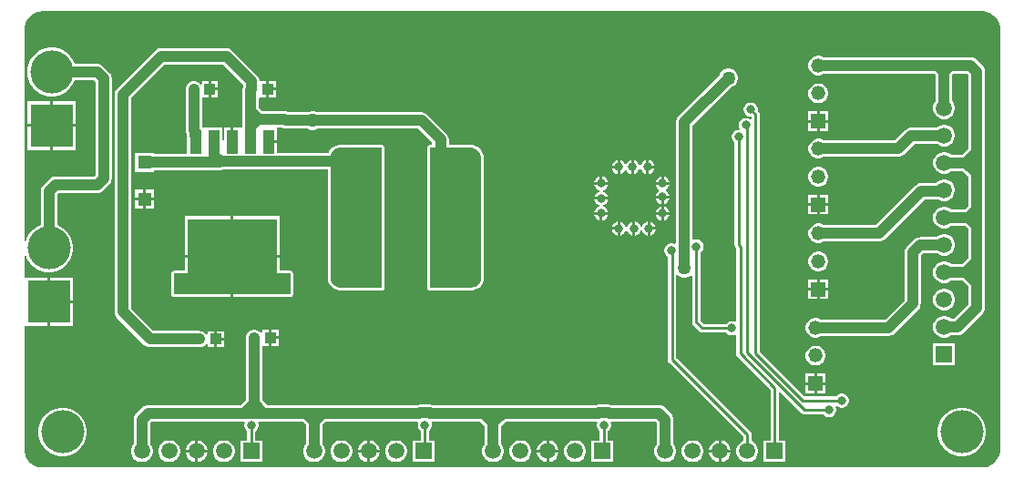
<source format=gbr>
%TF.GenerationSoftware,Altium Limited,Altium Designer,24.6.1 (21)*%
G04 Layer_Physical_Order=2*
G04 Layer_Color=16711680*
%FSLAX45Y45*%
%MOMM*%
%TF.SameCoordinates,C77CD831-7174-4571-8234-5D84135F7459*%
%TF.FilePolarity,Positive*%
%TF.FileFunction,Copper,L2,Bot,Signal*%
%TF.Part,Single*%
G01*
G75*
%TA.AperFunction,SMDPad,CuDef*%
%ADD11R,1.25000X1.25000*%
%ADD12R,3.75000X12.00000*%
%ADD13R,1.07000X2.16000*%
%ADD14R,8.33000X6.99000*%
%TA.AperFunction,Conductor*%
%ADD21C,0.25400*%
%ADD22C,1.00000*%
%TA.AperFunction,ViaPad*%
%ADD23C,0.80000*%
%ADD24C,4.00000*%
%TA.AperFunction,ComponentPad*%
%ADD25R,1.32080X1.32080*%
%ADD26C,1.32080*%
%ADD27C,1.00000*%
%ADD28R,1.00000X1.00000*%
%ADD29R,4.00000X4.00000*%
%ADD30C,4.00000*%
%ADD31C,1.50000*%
%ADD32R,1.50000X1.50000*%
%ADD33R,1.50000X1.50000*%
%TA.AperFunction,ViaPad*%
%ADD34C,1.27000*%
G36*
X11493328Y6789614D02*
X11524948Y6777788D01*
X11553656Y6760024D01*
X11578350Y6737005D01*
X11598084Y6709613D01*
X11612099Y6678901D01*
X11619859Y6646045D01*
X11620462Y6629176D01*
Y2718044D01*
X11619888Y2701933D01*
X11612756Y2670488D01*
X11599890Y2640923D01*
X11581740Y2614274D01*
X11558942Y2591473D01*
X11532294Y2573320D01*
X11502731Y2560450D01*
X11471287Y2553314D01*
X11455176Y2552738D01*
X2718044D01*
X2701933Y2553312D01*
X2670488Y2560444D01*
X2640923Y2573310D01*
X2614274Y2591460D01*
X2591473Y2614258D01*
X2573320Y2640905D01*
X2560450Y2670469D01*
X2553314Y2701912D01*
X2552738Y2718024D01*
Y3856608D01*
X2555900Y3867998D01*
X2565438Y3867998D01*
X2768600D01*
Y4093398D01*
Y4318798D01*
X2565438D01*
X2555900Y4318798D01*
X2552738Y4330188D01*
Y4524232D01*
X2564562Y4527655D01*
X2581553Y4486635D01*
X2606220Y4449718D01*
X2637616Y4418322D01*
X2674533Y4393655D01*
X2715553Y4376664D01*
X2759100Y4368002D01*
X2803500D01*
X2847047Y4376664D01*
X2888067Y4393655D01*
X2924984Y4418322D01*
X2956380Y4449718D01*
X2981047Y4486635D01*
X2998038Y4527655D01*
X3006700Y4571202D01*
Y4615602D01*
X2998038Y4659149D01*
X2981047Y4700169D01*
X2956380Y4737086D01*
X2924984Y4768482D01*
X2888067Y4793149D01*
X2857351Y4805872D01*
Y5091521D01*
X2871379Y5105549D01*
X3230723D01*
X3250406Y5108141D01*
X3268748Y5115738D01*
X3284498Y5127824D01*
X3343076Y5186402D01*
X3355162Y5202152D01*
X3362759Y5220494D01*
X3365351Y5240177D01*
Y6173119D01*
X3363873Y6184345D01*
X3362760Y6192800D01*
X3362760Y6192801D01*
X3362759Y6192803D01*
X3359008Y6201860D01*
X3355163Y6211142D01*
X3355162Y6211144D01*
X3355162Y6211145D01*
X3350238Y6217562D01*
X3343078Y6226893D01*
X3284501Y6285476D01*
X3284499Y6285477D01*
X3284498Y6285478D01*
X3277227Y6291057D01*
X3268751Y6297562D01*
X3268749Y6297563D01*
X3268748Y6297564D01*
X3257784Y6302105D01*
X3250409Y6305160D01*
X3250408D01*
X3250406Y6305161D01*
X3238879Y6306679D01*
X3230726Y6307753D01*
X3230724Y6307752D01*
X3230723Y6307753D01*
X3019170D01*
X3006447Y6338469D01*
X2981780Y6375386D01*
X2950384Y6406782D01*
X2913467Y6431449D01*
X2872447Y6448440D01*
X2828900Y6457102D01*
X2784500D01*
X2740953Y6448440D01*
X2699933Y6431449D01*
X2663016Y6406782D01*
X2631620Y6375386D01*
X2606953Y6338469D01*
X2589962Y6297449D01*
X2581300Y6253902D01*
Y6209502D01*
X2589962Y6165955D01*
X2606953Y6124935D01*
X2631620Y6088018D01*
X2663016Y6056622D01*
X2699933Y6031955D01*
X2740953Y6014964D01*
X2784500Y6006302D01*
X2828900D01*
X2872447Y6014964D01*
X2913467Y6031955D01*
X2950384Y6056622D01*
X2981780Y6088018D01*
X3006447Y6124935D01*
X3019170Y6155651D01*
X3199219D01*
X3213249Y6141620D01*
Y5271679D01*
X3199221Y5257651D01*
X2839877D01*
X2820194Y5255059D01*
X2801852Y5247462D01*
X2786102Y5235376D01*
X2727524Y5176798D01*
X2715438Y5161048D01*
X2707841Y5142706D01*
X2705249Y5123023D01*
Y4805872D01*
X2674533Y4793149D01*
X2637616Y4768482D01*
X2606220Y4737086D01*
X2581553Y4700169D01*
X2564562Y4659149D01*
X2552738Y4662572D01*
Y6629177D01*
X2553314Y6645287D01*
X2560449Y6676728D01*
X2573317Y6706289D01*
X2591467Y6732935D01*
X2614265Y6755732D01*
X2640911Y6773883D01*
X2670472Y6786751D01*
X2701913Y6793886D01*
X2718023Y6794462D01*
X11442700D01*
X11443139Y6794469D01*
X11460009Y6795050D01*
X11493328Y6789614D01*
D02*
G37*
%LPC*%
G36*
X4887501Y6146000D02*
X4824801D01*
Y6083300D01*
X4887501D01*
Y6146000D01*
D02*
G37*
G36*
X4352902D02*
X4290202D01*
Y6083300D01*
X4352902D01*
Y6146000D01*
D02*
G37*
G36*
X4887501Y6057900D02*
X4824801D01*
Y5995200D01*
X4887501D01*
Y6057900D01*
D02*
G37*
G36*
X4352902D02*
X4290202D01*
Y5995200D01*
X4352902D01*
Y6057900D01*
D02*
G37*
G36*
X9943438Y6123940D02*
X9919362D01*
X9896105Y6117708D01*
X9875255Y6105670D01*
X9858230Y6088645D01*
X9846192Y6067795D01*
X9839960Y6044538D01*
Y6020462D01*
X9846192Y5997205D01*
X9858230Y5976355D01*
X9875255Y5959330D01*
X9896105Y5947292D01*
X9919362Y5941060D01*
X9943438D01*
X9966695Y5947292D01*
X9987545Y5959330D01*
X10004570Y5976355D01*
X10016608Y5997205D01*
X10022840Y6020462D01*
Y6044538D01*
X10016608Y6067795D01*
X10004570Y6088645D01*
X9987545Y6105670D01*
X9966695Y6117708D01*
X9943438Y6123940D01*
D02*
G37*
G36*
X10022840Y5863941D02*
X9944100D01*
Y5785201D01*
X10022840D01*
Y5863941D01*
D02*
G37*
G36*
X9918700D02*
X9839960D01*
Y5785201D01*
X9918700D01*
Y5863941D01*
D02*
G37*
G36*
X3032100Y5957098D02*
X2819400D01*
Y5744398D01*
X3032100D01*
Y5957098D01*
D02*
G37*
G36*
X2794000D02*
X2581300D01*
Y5744398D01*
X2794000D01*
Y5957098D01*
D02*
G37*
G36*
X4432300Y6451451D02*
X3822700D01*
X3803017Y6448859D01*
X3784675Y6441262D01*
X3768924Y6429176D01*
X3413324Y6073576D01*
X3401238Y6057825D01*
X3393641Y6039483D01*
X3391049Y6019800D01*
Y4000500D01*
X3393641Y3980817D01*
X3401238Y3962475D01*
X3413324Y3946724D01*
X3667324Y3692724D01*
X3683075Y3680638D01*
X3701417Y3673041D01*
X3721100Y3670449D01*
X4179499D01*
X4184442Y3671100D01*
X4189425D01*
X4194239Y3672390D01*
X4199182Y3673041D01*
X4203788Y3674948D01*
X4208602Y3676238D01*
X4212920Y3678731D01*
X4217524Y3680638D01*
X4221478Y3683672D01*
X4225795Y3686165D01*
X4229321Y3689690D01*
X4233275Y3692724D01*
X4236309Y3696678D01*
X4239834Y3700203D01*
X4252184Y3696194D01*
X4254101Y3694745D01*
Y3671100D01*
X4316801D01*
Y3746500D01*
Y3821900D01*
X4254101D01*
Y3798255D01*
X4252184Y3796806D01*
X4239834Y3792797D01*
X4236309Y3796322D01*
X4233275Y3800276D01*
X4229321Y3803310D01*
X4225795Y3806835D01*
X4221478Y3809328D01*
X4217524Y3812362D01*
X4212920Y3814269D01*
X4208602Y3816762D01*
X4203788Y3818052D01*
X4199182Y3819959D01*
X4194239Y3820610D01*
X4189425Y3821900D01*
X4184442D01*
X4179499Y3822551D01*
X3752601D01*
X3543151Y4032001D01*
Y5988299D01*
X3854201Y6299349D01*
X4400799D01*
X4586048Y6114100D01*
Y6096751D01*
X4583464Y6090506D01*
X4579643Y6081282D01*
X4579641Y6081270D01*
X4579638Y6081261D01*
X4578404Y6071872D01*
X4577052Y6061598D01*
Y5867400D01*
Y5791200D01*
Y5728191D01*
X4574202Y5716671D01*
X4562503D01*
Y5716671D01*
X4496303D01*
Y5583271D01*
X4470903D01*
Y5716671D01*
X4404703D01*
Y5599470D01*
X4392003Y5593964D01*
Y5716671D01*
X4234203D01*
Y5716671D01*
X4222000D01*
Y5716671D01*
X4204630D01*
X4203551Y5718077D01*
Y5995200D01*
X4264802D01*
Y6070600D01*
Y6146000D01*
X4202102D01*
Y6122355D01*
X4200185Y6120906D01*
X4187835Y6116897D01*
X4184310Y6120422D01*
X4181276Y6124376D01*
X4177322Y6127410D01*
X4173797Y6130935D01*
X4169479Y6133428D01*
X4165525Y6136462D01*
X4160921Y6138369D01*
X4156603Y6140862D01*
X4151789Y6142152D01*
X4147183Y6144059D01*
X4142240Y6144710D01*
X4137427Y6146000D01*
X4132443D01*
X4127500Y6146651D01*
X4122557Y6146000D01*
X4117573D01*
X4112760Y6144710D01*
X4107817Y6144059D01*
X4103211Y6142152D01*
X4098397Y6140862D01*
X4094079Y6138369D01*
X4089475Y6136462D01*
X4085521Y6133428D01*
X4081203Y6130935D01*
X4077678Y6127410D01*
X4073724Y6124376D01*
X4070690Y6120422D01*
X4067165Y6116897D01*
X4064672Y6112579D01*
X4061638Y6108625D01*
X4059731Y6104021D01*
X4057238Y6099703D01*
X4055948Y6094889D01*
X4054041Y6090283D01*
X4053390Y6085340D01*
X4052100Y6080527D01*
Y6075543D01*
X4051449Y6070600D01*
Y5689661D01*
X4054041Y5669977D01*
X4061638Y5651636D01*
X4063550Y5649144D01*
Y5641269D01*
X4064201Y5636326D01*
Y5465753D01*
X3758200D01*
Y5477602D01*
X3582400D01*
Y5301802D01*
X3758200D01*
Y5313652D01*
X4367007D01*
X4386690Y5316243D01*
X4400167Y5321825D01*
X5370102D01*
Y4320540D01*
X5371357Y4314233D01*
Y4310255D01*
X5371854Y4307753D01*
Y4305203D01*
X5375378Y4287490D01*
X5376354Y4285132D01*
X5376852Y4282631D01*
X5383763Y4265945D01*
X5385180Y4263825D01*
X5386156Y4261468D01*
X5396190Y4246452D01*
X5397994Y4244648D01*
X5399411Y4242527D01*
X5412181Y4229756D01*
X5414303Y4228339D01*
X5416106Y4226535D01*
X5431123Y4216501D01*
X5433480Y4215525D01*
X5435600Y4214109D01*
X5452285Y4207197D01*
X5454787Y4206699D01*
X5457144Y4205723D01*
X5474857Y4202200D01*
X5477408D01*
X5479910Y4201702D01*
X5485719D01*
X5489740Y4200902D01*
X5871000D01*
X5880911Y4202874D01*
X5889312Y4208488D01*
X5894926Y4216889D01*
X5896898Y4226800D01*
Y5526800D01*
X5894926Y5536711D01*
X5889312Y5545112D01*
X5880911Y5550726D01*
X5871000Y5552698D01*
X5490127D01*
X5487685Y5553183D01*
X5478655D01*
X5476153Y5552686D01*
X5473602D01*
X5455889Y5549162D01*
X5453532Y5548186D01*
X5451031Y5547688D01*
X5434345Y5540777D01*
X5432225Y5539360D01*
X5429868Y5538384D01*
X5414852Y5528350D01*
X5413048Y5526546D01*
X5410927Y5525129D01*
X5398156Y5512359D01*
X5396739Y5510237D01*
X5394935Y5508434D01*
X5384901Y5493417D01*
X5383925Y5491060D01*
X5382509Y5488940D01*
X5376290Y5473927D01*
X4901999D01*
Y5570571D01*
X4823099D01*
Y5595971D01*
X4901999D01*
Y5715149D01*
X4939799D01*
X4943072Y5712638D01*
X4961413Y5705041D01*
X4981097Y5702449D01*
X5186324D01*
X5198086Y5695658D01*
X5220696Y5689600D01*
X5244104D01*
X5266714Y5695658D01*
X5278476Y5702449D01*
X6213198D01*
X6342377Y5573270D01*
X6342373Y5562705D01*
X6332318Y5552674D01*
X6321054Y5552698D01*
X6321027Y5552692D01*
X6321000Y5552698D01*
X6316064Y5551716D01*
X6311140Y5550747D01*
X6311117Y5550732D01*
X6311089Y5550726D01*
X6306911Y5547934D01*
X6302726Y5545151D01*
X6302711Y5545128D01*
X6302688Y5545112D01*
X6299897Y5540936D01*
X6297095Y5536761D01*
X6297089Y5536734D01*
X6297074Y5536711D01*
X6296093Y5531781D01*
X6295102Y5526854D01*
X6295108Y5526827D01*
X6295102Y5526800D01*
Y4226800D01*
X6297074Y4216889D01*
X6302688Y4208488D01*
X6311089Y4202874D01*
X6321000Y4200902D01*
X6701873D01*
X6704315Y4200417D01*
X6713345D01*
X6715846Y4200914D01*
X6718397D01*
X6736110Y4204438D01*
X6738468Y4205414D01*
X6740969Y4205912D01*
X6757655Y4212823D01*
X6759775Y4214240D01*
X6762131Y4215216D01*
X6777148Y4225250D01*
X6778952Y4227054D01*
X6781073Y4228471D01*
X6793844Y4241241D01*
X6795261Y4243363D01*
X6797064Y4245166D01*
X6807098Y4260183D01*
X6808075Y4262540D01*
X6809491Y4264660D01*
X6816403Y4281345D01*
X6816900Y4283847D01*
X6817877Y4286204D01*
X6821400Y4303917D01*
Y4306468D01*
X6821898Y4308970D01*
Y4318000D01*
Y5433060D01*
X6820643Y5439367D01*
Y5443345D01*
X6820146Y5445846D01*
Y5448397D01*
X6816622Y5466111D01*
X6815646Y5468468D01*
X6815148Y5470969D01*
X6808237Y5487655D01*
X6806820Y5489775D01*
X6805844Y5492131D01*
X6795810Y5507148D01*
X6794006Y5508952D01*
X6792589Y5511073D01*
X6779819Y5523844D01*
X6777697Y5525261D01*
X6775894Y5527064D01*
X6760877Y5537098D01*
X6758520Y5538075D01*
X6756400Y5539491D01*
X6739714Y5546403D01*
X6737213Y5546900D01*
X6734856Y5547877D01*
X6717143Y5551400D01*
X6714592D01*
X6712090Y5551898D01*
X6703114D01*
X6497049Y5552329D01*
Y5602200D01*
X6494458Y5621884D01*
X6490007Y5632628D01*
X6486861Y5640225D01*
X6474774Y5655976D01*
X6298475Y5832276D01*
X6282724Y5844362D01*
X6264382Y5851959D01*
X6244699Y5854551D01*
X5278476D01*
X5266714Y5861342D01*
X5244104Y5867400D01*
X5220696D01*
X5198086Y5861342D01*
X5186324Y5854551D01*
X5009695D01*
X5006422Y5857062D01*
X4988080Y5864659D01*
X4968397Y5867251D01*
X4760803D01*
X4729153Y5898901D01*
Y5985627D01*
X4736701Y5995200D01*
X4799401D01*
Y6070600D01*
Y6146000D01*
X4738097D01*
X4735558Y6165285D01*
X4731108Y6176029D01*
X4727961Y6183626D01*
X4715875Y6199377D01*
X4486076Y6429176D01*
X4470325Y6441262D01*
X4451983Y6448859D01*
X4432300Y6451451D01*
D02*
G37*
G36*
X10022840Y5759801D02*
X9944100D01*
Y5681061D01*
X10022840D01*
Y5759801D01*
D02*
G37*
G36*
X9918700D02*
X9839960D01*
Y5681061D01*
X9918700D01*
Y5759801D01*
D02*
G37*
G36*
X11113018Y5740201D02*
X11086582D01*
X11061047Y5733359D01*
X11038153Y5720141D01*
X11033864Y5715851D01*
X10796001D01*
X10776317Y5713260D01*
X10765573Y5708810D01*
X10757975Y5705663D01*
X10742225Y5693577D01*
X10642498Y5593850D01*
X9982556D01*
X9966695Y5603008D01*
X9943438Y5609239D01*
X9919362D01*
X9896105Y5603008D01*
X9875255Y5590970D01*
X9858230Y5573945D01*
X9846192Y5553094D01*
X9839960Y5529838D01*
Y5505761D01*
X9846192Y5482505D01*
X9858230Y5461654D01*
X9875255Y5444629D01*
X9896105Y5432591D01*
X9919362Y5426359D01*
X9943438D01*
X9966695Y5432591D01*
X9982556Y5441749D01*
X10673999D01*
X10693683Y5444340D01*
X10712025Y5451938D01*
X10727775Y5464024D01*
X10827502Y5563750D01*
X11033864D01*
X11038153Y5559461D01*
X11061047Y5546243D01*
X11086582Y5539401D01*
X11113018D01*
X11138553Y5546243D01*
X11161447Y5559461D01*
X11180140Y5578154D01*
X11193358Y5601048D01*
X11200200Y5626583D01*
Y5653019D01*
X11193358Y5678554D01*
X11180140Y5701448D01*
X11161447Y5720141D01*
X11138553Y5733359D01*
X11113018Y5740201D01*
D02*
G37*
G36*
X3032100Y5718998D02*
X2819400D01*
Y5506298D01*
X3032100D01*
Y5718998D01*
D02*
G37*
G36*
X2794000D02*
X2581300D01*
Y5506298D01*
X2794000D01*
Y5718998D01*
D02*
G37*
G36*
X9943438Y6383939D02*
X9919362D01*
X9896105Y6377708D01*
X9875255Y6365670D01*
X9858230Y6348645D01*
X9846192Y6327794D01*
X9839960Y6304538D01*
Y6280461D01*
X9846192Y6257205D01*
X9858230Y6236354D01*
X9875255Y6219329D01*
X9896105Y6207291D01*
X9919362Y6201059D01*
X9943438D01*
X9966695Y6207291D01*
X9982556Y6216449D01*
X11009721D01*
X11023749Y6202421D01*
Y5960738D01*
X11019460Y5956449D01*
X11006242Y5933555D01*
X10999400Y5908019D01*
Y5881584D01*
X11006242Y5856048D01*
X11019460Y5833154D01*
X11038153Y5814462D01*
X11061047Y5801244D01*
X11086582Y5794402D01*
X11113018D01*
X11138553Y5801244D01*
X11161447Y5814462D01*
X11180140Y5833154D01*
X11193358Y5856048D01*
X11200200Y5881584D01*
Y5908019D01*
X11193358Y5933555D01*
X11180140Y5956449D01*
X11175851Y5960738D01*
Y6202421D01*
X11189879Y6216449D01*
X11314521D01*
X11328549Y6202421D01*
Y5517901D01*
X11271499Y5460851D01*
X11166737D01*
X11161447Y5466141D01*
X11138553Y5479359D01*
X11113018Y5486201D01*
X11086582D01*
X11061047Y5479359D01*
X11038153Y5466141D01*
X11019460Y5447448D01*
X11006242Y5424554D01*
X10999400Y5399019D01*
Y5372583D01*
X11006242Y5347048D01*
X11019460Y5324154D01*
X11038153Y5305461D01*
X11061047Y5292243D01*
X11086582Y5285401D01*
X11113018D01*
X11138553Y5292243D01*
X11161447Y5305461D01*
X11164736Y5308749D01*
X11271499D01*
X11327615Y5252634D01*
Y4983566D01*
X11296899Y4952851D01*
X11165736D01*
X11161447Y4957140D01*
X11138553Y4970358D01*
X11113018Y4977200D01*
X11086582D01*
X11061047Y4970358D01*
X11038153Y4957140D01*
X11019460Y4938447D01*
X11006242Y4915553D01*
X10999400Y4890018D01*
Y4863582D01*
X11006242Y4838047D01*
X11019460Y4815153D01*
X11038153Y4796460D01*
X11061047Y4783242D01*
X11086582Y4776400D01*
X11113018D01*
X11138553Y4783242D01*
X11161447Y4796460D01*
X11165736Y4800749D01*
X11296899D01*
X11327615Y4770034D01*
Y4500967D01*
X11271499Y4444851D01*
X11165736D01*
X11161447Y4449140D01*
X11138553Y4462358D01*
X11113018Y4469200D01*
X11086582D01*
X11061047Y4462358D01*
X11038153Y4449140D01*
X11019460Y4430447D01*
X11006242Y4407553D01*
X10999400Y4382018D01*
Y4355582D01*
X11006242Y4330047D01*
X11019460Y4307153D01*
X11038153Y4288460D01*
X11061047Y4275242D01*
X11086582Y4268400D01*
X11113018D01*
X11138553Y4275242D01*
X11161447Y4288460D01*
X11165736Y4292749D01*
X11271499D01*
X11328549Y4235699D01*
Y4070101D01*
X11195299Y3936851D01*
X11165736D01*
X11161447Y3941140D01*
X11138553Y3954358D01*
X11113018Y3961200D01*
X11086582D01*
X11061047Y3954358D01*
X11038153Y3941140D01*
X11019460Y3922447D01*
X11006242Y3899553D01*
X10999400Y3874018D01*
Y3847582D01*
X11006242Y3822047D01*
X11019460Y3799153D01*
X11038153Y3780460D01*
X11061047Y3767242D01*
X11086582Y3760400D01*
X11113018D01*
X11138553Y3767242D01*
X11161447Y3780460D01*
X11165736Y3784749D01*
X11226800D01*
X11246483Y3787341D01*
X11264825Y3794938D01*
X11280576Y3807024D01*
X11458376Y3984824D01*
X11470462Y4000575D01*
X11478059Y4018917D01*
X11480651Y4038600D01*
Y4267200D01*
Y4368800D01*
Y4470400D01*
X11479716Y4477500D01*
Y4801535D01*
Y4876800D01*
Y4952065D01*
Y5295900D01*
Y5384800D01*
Y5479300D01*
X11480651Y5486400D01*
Y6233922D01*
X11478059Y6253605D01*
X11470462Y6271947D01*
X11458376Y6287698D01*
X11399798Y6346275D01*
X11384048Y6358361D01*
X11365706Y6365959D01*
X11346023Y6368550D01*
X9982556D01*
X9966695Y6377708D01*
X9943438Y6383939D01*
D02*
G37*
G36*
X8191500Y5411004D02*
X8178956Y5407643D01*
X8164043Y5399033D01*
X8151867Y5386857D01*
X8148032Y5380215D01*
X8133368D01*
X8129533Y5386857D01*
X8117357Y5399033D01*
X8102444Y5407643D01*
X8089900Y5411004D01*
Y5346700D01*
Y5282396D01*
X8102444Y5285757D01*
X8117357Y5294367D01*
X8129533Y5306543D01*
X8133368Y5313185D01*
X8148032D01*
X8151867Y5306543D01*
X8164043Y5294367D01*
X8178956Y5285757D01*
X8191500Y5282396D01*
Y5346700D01*
Y5411004D01*
D02*
G37*
G36*
X8331200D02*
X8318656Y5407643D01*
X8303743Y5399033D01*
X8291567Y5386857D01*
X8282957Y5371944D01*
X8280624Y5363237D01*
X8267476D01*
X8265143Y5371944D01*
X8256533Y5386857D01*
X8244357Y5399033D01*
X8229444Y5407643D01*
X8216900Y5411004D01*
Y5346700D01*
Y5282396D01*
X8229444Y5285757D01*
X8244357Y5294367D01*
X8256533Y5306543D01*
X8265143Y5321456D01*
X8267476Y5330163D01*
X8280624D01*
X8282957Y5321456D01*
X8291567Y5306543D01*
X8303743Y5294367D01*
X8318656Y5285757D01*
X8331200Y5282396D01*
Y5346700D01*
Y5411004D01*
D02*
G37*
G36*
X8356600D02*
Y5359400D01*
X8408204D01*
X8404843Y5371944D01*
X8396233Y5386857D01*
X8384057Y5399033D01*
X8369144Y5407643D01*
X8356600Y5411004D01*
D02*
G37*
G36*
X8064500D02*
X8051956Y5407643D01*
X8037043Y5399033D01*
X8024867Y5386857D01*
X8016257Y5371944D01*
X8012896Y5359400D01*
X8064500D01*
Y5411004D01*
D02*
G37*
G36*
X8408204Y5334000D02*
X8356600D01*
Y5282396D01*
X8369144Y5285757D01*
X8384057Y5294367D01*
X8396233Y5306543D01*
X8404843Y5321456D01*
X8408204Y5334000D01*
D02*
G37*
G36*
X8064500D02*
X8012896D01*
X8016257Y5321456D01*
X8024867Y5306543D01*
X8037043Y5294367D01*
X8051956Y5285757D01*
X8064500Y5282396D01*
Y5334000D01*
D02*
G37*
G36*
X8496300Y5258604D02*
Y5207000D01*
X8547904D01*
X8544543Y5219544D01*
X8535933Y5234457D01*
X8523757Y5246633D01*
X8508844Y5255243D01*
X8496300Y5258604D01*
D02*
G37*
G36*
X8470900D02*
X8458356Y5255243D01*
X8443443Y5246633D01*
X8431267Y5234457D01*
X8422657Y5219544D01*
X8419296Y5207000D01*
X8470900D01*
Y5258604D01*
D02*
G37*
G36*
X7924800D02*
Y5207000D01*
X7976404D01*
X7973043Y5219544D01*
X7964433Y5234457D01*
X7952257Y5246633D01*
X7937344Y5255243D01*
X7924800Y5258604D01*
D02*
G37*
G36*
X7899400D02*
X7886856Y5255243D01*
X7871943Y5246633D01*
X7859767Y5234457D01*
X7851157Y5219544D01*
X7847796Y5207000D01*
X7899400D01*
Y5258604D01*
D02*
G37*
G36*
X9943438Y5349240D02*
X9919362D01*
X9896105Y5343008D01*
X9875255Y5330970D01*
X9858230Y5313945D01*
X9846192Y5293095D01*
X9839960Y5269838D01*
Y5245762D01*
X9846192Y5222505D01*
X9858230Y5201655D01*
X9875255Y5184630D01*
X9896105Y5172592D01*
X9919362Y5166360D01*
X9943438D01*
X9966695Y5172592D01*
X9987545Y5184630D01*
X10004570Y5201655D01*
X10016608Y5222505D01*
X10022840Y5245762D01*
Y5269838D01*
X10016608Y5293095D01*
X10004570Y5313945D01*
X9987545Y5330970D01*
X9966695Y5343008D01*
X9943438Y5349240D01*
D02*
G37*
G36*
X8547904Y5181600D02*
X8419296D01*
X8422657Y5169056D01*
X8431267Y5154143D01*
X8443443Y5141967D01*
X8450085Y5138132D01*
Y5123468D01*
X8443443Y5119633D01*
X8431267Y5107457D01*
X8422657Y5092544D01*
X8419296Y5080000D01*
X8547904D01*
X8544543Y5092544D01*
X8535933Y5107457D01*
X8523757Y5119633D01*
X8517115Y5123468D01*
Y5138132D01*
X8523757Y5141967D01*
X8535933Y5154143D01*
X8544543Y5169056D01*
X8547904Y5181600D01*
D02*
G37*
G36*
X7976404D02*
X7847796D01*
X7851157Y5169056D01*
X7859767Y5154143D01*
X7871943Y5141967D01*
X7886856Y5133357D01*
X7895563Y5131024D01*
Y5117876D01*
X7886856Y5115543D01*
X7871943Y5106933D01*
X7859767Y5094757D01*
X7851157Y5079844D01*
X7847796Y5067300D01*
X7976404D01*
X7973043Y5079844D01*
X7964433Y5094757D01*
X7952257Y5106933D01*
X7937344Y5115543D01*
X7928637Y5117876D01*
Y5131024D01*
X7937344Y5133357D01*
X7952257Y5141967D01*
X7964433Y5154143D01*
X7973043Y5169056D01*
X7976404Y5181600D01*
D02*
G37*
G36*
X3758200Y5137598D02*
X3683000D01*
Y5062398D01*
X3758200D01*
Y5137598D01*
D02*
G37*
G36*
X3657600D02*
X3582400D01*
Y5062398D01*
X3657600D01*
Y5137598D01*
D02*
G37*
G36*
X11113018Y5232201D02*
X11086582D01*
X11061047Y5225359D01*
X11038153Y5212141D01*
X11024298Y5198286D01*
X10888035D01*
X10868352Y5195694D01*
X10850010Y5188097D01*
X10834259Y5176011D01*
X10464698Y4806450D01*
X9982556D01*
X9966695Y4815608D01*
X9943438Y4821839D01*
X9919362D01*
X9896105Y4815608D01*
X9875255Y4803570D01*
X9858230Y4786545D01*
X9846192Y4765694D01*
X9839960Y4742438D01*
Y4718361D01*
X9846192Y4695105D01*
X9858230Y4674254D01*
X9875255Y4657229D01*
X9896105Y4645191D01*
X9919362Y4638959D01*
X9943438D01*
X9966695Y4645191D01*
X9982556Y4654349D01*
X10496199D01*
X10515883Y4656940D01*
X10534225Y4664538D01*
X10549975Y4676624D01*
X10919536Y5046184D01*
X11047292D01*
X11061047Y5038243D01*
X11086582Y5031401D01*
X11113018D01*
X11138553Y5038243D01*
X11161447Y5051461D01*
X11180140Y5070154D01*
X11193358Y5093048D01*
X11200200Y5118583D01*
Y5145019D01*
X11193358Y5170554D01*
X11180140Y5193448D01*
X11161447Y5212141D01*
X11138553Y5225359D01*
X11113018Y5232201D01*
D02*
G37*
G36*
X10022840Y5089241D02*
X9944100D01*
Y5010501D01*
X10022840D01*
Y5089241D01*
D02*
G37*
G36*
X9918700D02*
X9839960D01*
Y5010501D01*
X9918700D01*
Y5089241D01*
D02*
G37*
G36*
X8547904Y5054600D02*
X8496300D01*
Y5002996D01*
X8508844Y5006357D01*
X8523757Y5014967D01*
X8535933Y5027143D01*
X8544543Y5042056D01*
X8547904Y5054600D01*
D02*
G37*
G36*
X8470900D02*
X8419296D01*
X8422657Y5042056D01*
X8431267Y5027143D01*
X8443443Y5014967D01*
X8458356Y5006357D01*
X8470900Y5002996D01*
Y5054600D01*
D02*
G37*
G36*
X3758200Y5036998D02*
X3683000D01*
Y4961798D01*
X3758200D01*
Y5036998D01*
D02*
G37*
G36*
X3657600D02*
X3582400D01*
Y4961798D01*
X3657600D01*
Y5036998D01*
D02*
G37*
G36*
X8496300Y4979204D02*
Y4927600D01*
X8547904D01*
X8544543Y4940144D01*
X8535933Y4955057D01*
X8523757Y4967233D01*
X8508844Y4975843D01*
X8496300Y4979204D01*
D02*
G37*
G36*
X8470900D02*
X8458356Y4975843D01*
X8443443Y4967233D01*
X8431267Y4955057D01*
X8422657Y4940144D01*
X8419296Y4927600D01*
X8470900D01*
Y4979204D01*
D02*
G37*
G36*
X7976404Y5041900D02*
X7847796D01*
X7851157Y5029356D01*
X7859767Y5014443D01*
X7871943Y5002267D01*
X7886856Y4993657D01*
X7895563Y4991324D01*
Y4978176D01*
X7886856Y4975843D01*
X7871943Y4967233D01*
X7859767Y4955057D01*
X7851157Y4940144D01*
X7847796Y4927600D01*
X7976404D01*
X7973043Y4940144D01*
X7964433Y4955057D01*
X7952257Y4967233D01*
X7937344Y4975843D01*
X7928637Y4978176D01*
Y4991324D01*
X7937344Y4993657D01*
X7952257Y5002267D01*
X7964433Y5014443D01*
X7973043Y5029356D01*
X7976404Y5041900D01*
D02*
G37*
G36*
X10022840Y4985101D02*
X9944100D01*
Y4906361D01*
X10022840D01*
Y4985101D01*
D02*
G37*
G36*
X9918700D02*
X9839960D01*
Y4906361D01*
X9918700D01*
Y4985101D01*
D02*
G37*
G36*
X8547904Y4902200D02*
X8496300D01*
Y4850596D01*
X8508844Y4853957D01*
X8523757Y4862567D01*
X8535933Y4874743D01*
X8544543Y4889656D01*
X8547904Y4902200D01*
D02*
G37*
G36*
X8470900D02*
X8419296D01*
X8422657Y4889656D01*
X8431267Y4874743D01*
X8443443Y4862567D01*
X8458356Y4853957D01*
X8470900Y4850596D01*
Y4902200D01*
D02*
G37*
G36*
X7976404D02*
X7924800D01*
Y4850596D01*
X7937344Y4853957D01*
X7952257Y4862567D01*
X7964433Y4874743D01*
X7973043Y4889656D01*
X7976404Y4902200D01*
D02*
G37*
G36*
X7899400D02*
X7847796D01*
X7851157Y4889656D01*
X7859767Y4874743D01*
X7871943Y4862567D01*
X7886856Y4853957D01*
X7899400Y4850596D01*
Y4902200D01*
D02*
G37*
G36*
X8343900Y4839504D02*
X8331356Y4836143D01*
X8316443Y4827533D01*
X8304267Y4815357D01*
X8295657Y4800444D01*
X8293324Y4791737D01*
X8280176D01*
X8277843Y4800444D01*
X8269233Y4815357D01*
X8257057Y4827533D01*
X8242144Y4836143D01*
X8229600Y4839504D01*
Y4775200D01*
Y4710896D01*
X8242144Y4714257D01*
X8257057Y4722867D01*
X8269233Y4735043D01*
X8277843Y4749956D01*
X8280176Y4758663D01*
X8293324D01*
X8295657Y4749956D01*
X8304267Y4735043D01*
X8316443Y4722867D01*
X8331356Y4714257D01*
X8343900Y4710896D01*
Y4775200D01*
Y4839504D01*
D02*
G37*
G36*
X8204200D02*
X8191656Y4836143D01*
X8176743Y4827533D01*
X8164567Y4815357D01*
X8155957Y4800444D01*
X8153624Y4791737D01*
X8140476D01*
X8138143Y4800444D01*
X8129533Y4815357D01*
X8117357Y4827533D01*
X8102444Y4836143D01*
X8089900Y4839504D01*
Y4775200D01*
Y4710896D01*
X8102444Y4714257D01*
X8117357Y4722867D01*
X8129533Y4735043D01*
X8138143Y4749956D01*
X8140476Y4758663D01*
X8153624D01*
X8155957Y4749956D01*
X8164567Y4735043D01*
X8176743Y4722867D01*
X8191656Y4714257D01*
X8204200Y4710896D01*
Y4775200D01*
Y4839504D01*
D02*
G37*
G36*
X8369300D02*
Y4787900D01*
X8420904D01*
X8417543Y4800444D01*
X8408933Y4815357D01*
X8396757Y4827533D01*
X8381844Y4836143D01*
X8369300Y4839504D01*
D02*
G37*
G36*
X8064500D02*
X8051956Y4836143D01*
X8037043Y4827533D01*
X8024867Y4815357D01*
X8016257Y4800444D01*
X8012896Y4787900D01*
X8064500D01*
Y4839504D01*
D02*
G37*
G36*
X8420904Y4762500D02*
X8369300D01*
Y4710896D01*
X8381844Y4714257D01*
X8396757Y4722867D01*
X8408933Y4735043D01*
X8417543Y4749956D01*
X8420904Y4762500D01*
D02*
G37*
G36*
X8064500D02*
X8012896D01*
X8016257Y4749956D01*
X8024867Y4735043D01*
X8037043Y4722867D01*
X8051956Y4714257D01*
X8064500Y4710896D01*
Y4762500D01*
D02*
G37*
G36*
X9106855Y6264575D02*
X9083447D01*
X9060837Y6258516D01*
X9040565Y6246813D01*
X9024013Y6230261D01*
X9012309Y6209989D01*
X9008794Y6196869D01*
X8633024Y5821100D01*
X8620938Y5805349D01*
X8613341Y5787007D01*
X8610749Y5767324D01*
Y4690210D01*
X8608828Y4685572D01*
X8606237Y4665888D01*
Y4637499D01*
X8595238Y4631149D01*
X8592131Y4632943D01*
X8575497Y4637400D01*
X8558277D01*
X8541644Y4632943D01*
X8526731Y4624333D01*
X8514554Y4612157D01*
X8505944Y4597244D01*
X8501487Y4580610D01*
Y4563390D01*
X8505944Y4546756D01*
X8514554Y4531843D01*
X8526731Y4519667D01*
X8532553Y4516305D01*
Y3557100D01*
X8535510Y3542234D01*
X8543931Y3529631D01*
X9232153Y2841409D01*
Y2798604D01*
X9209353Y2785440D01*
X9190660Y2766747D01*
X9177442Y2743853D01*
X9170600Y2718318D01*
Y2691882D01*
X9177442Y2666347D01*
X9190660Y2643453D01*
X9209353Y2624760D01*
X9232247Y2611542D01*
X9257782Y2604700D01*
X9284218D01*
X9309753Y2611542D01*
X9332647Y2624760D01*
X9351340Y2643453D01*
X9364558Y2666347D01*
X9371400Y2691882D01*
Y2718318D01*
X9364558Y2743853D01*
X9351340Y2766747D01*
X9332647Y2785440D01*
X9309847Y2798604D01*
Y2857500D01*
X9306889Y2872366D01*
X9298469Y2884969D01*
X8610246Y3573191D01*
Y4339769D01*
X8622946Y4345030D01*
X8632214Y4335762D01*
X8652486Y4324058D01*
X8675096Y4318000D01*
X8698504D01*
X8721114Y4324058D01*
X8741386Y4335762D01*
X8746141Y4340517D01*
X8758841Y4335257D01*
Y3902312D01*
X8761798Y3887447D01*
X8770219Y3874844D01*
X8824431Y3820631D01*
X8837034Y3812211D01*
X8851900Y3809253D01*
X9074410D01*
X9075167Y3807943D01*
X9087343Y3795767D01*
X9102256Y3787157D01*
X9118890Y3782700D01*
X9136110D01*
X9152743Y3787157D01*
X9155755Y3788896D01*
X9166753Y3782546D01*
Y3613058D01*
X9169710Y3598192D01*
X9178131Y3585590D01*
X9486153Y3277567D01*
Y2805500D01*
X9424600D01*
Y2604700D01*
X9625400D01*
Y2805500D01*
X9563847D01*
Y3255123D01*
X9575580Y3259983D01*
X9776931Y3058631D01*
X9789534Y3050211D01*
X9804400Y3047253D01*
X9979911D01*
X9980667Y3045943D01*
X9992843Y3033767D01*
X10007756Y3025157D01*
X10024390Y3020700D01*
X10041610D01*
X10058244Y3025157D01*
X10073157Y3033767D01*
X10085333Y3045943D01*
X10093943Y3060856D01*
X10098400Y3077490D01*
Y3094710D01*
X10093943Y3111344D01*
X10093124Y3112762D01*
X10099489Y3127137D01*
X10102106Y3127704D01*
X10107143Y3122667D01*
X10122056Y3114057D01*
X10138690Y3109600D01*
X10155910D01*
X10172544Y3114057D01*
X10187457Y3122667D01*
X10199633Y3134843D01*
X10208243Y3149756D01*
X10212700Y3166390D01*
Y3183610D01*
X10208243Y3200244D01*
X10199633Y3215157D01*
X10187457Y3227333D01*
X10172544Y3235943D01*
X10155910Y3240400D01*
X10138690D01*
X10122056Y3235943D01*
X10107143Y3227333D01*
X10094967Y3215157D01*
X10094211Y3213847D01*
X9803433D01*
X9386047Y3631233D01*
Y5833600D01*
X9383089Y5848466D01*
X9374669Y5861068D01*
X9365708Y5870029D01*
X9366100Y5871490D01*
Y5888710D01*
X9361643Y5905344D01*
X9353033Y5920257D01*
X9340856Y5932433D01*
X9325943Y5941043D01*
X9309310Y5945500D01*
X9292090D01*
X9275456Y5941043D01*
X9260543Y5932433D01*
X9248367Y5920257D01*
X9239757Y5905344D01*
X9235300Y5888710D01*
Y5871490D01*
X9239757Y5854856D01*
X9248367Y5839943D01*
X9260543Y5827767D01*
X9275456Y5819157D01*
X9292090Y5814700D01*
X9308353D01*
Y5794972D01*
X9302304Y5792466D01*
X9295653Y5790697D01*
X9281643Y5798786D01*
X9265010Y5803243D01*
X9247790D01*
X9231156Y5798786D01*
X9216243Y5790176D01*
X9204067Y5778000D01*
X9195457Y5763087D01*
X9191000Y5746453D01*
Y5729233D01*
X9195457Y5712599D01*
X9199421Y5705733D01*
X9192089Y5693033D01*
X9184290D01*
X9167656Y5688576D01*
X9152743Y5679966D01*
X9140567Y5667790D01*
X9131957Y5652876D01*
X9127500Y5636243D01*
Y5619023D01*
X9131957Y5602389D01*
X9140567Y5587476D01*
X9152743Y5575300D01*
X9154053Y5574544D01*
Y4619308D01*
X9157010Y4604442D01*
X9165431Y4591839D01*
X9166753Y4590517D01*
Y3913654D01*
X9155755Y3907304D01*
X9152743Y3909043D01*
X9136110Y3913500D01*
X9118890D01*
X9102256Y3909043D01*
X9087343Y3900433D01*
X9075167Y3888257D01*
X9074410Y3886947D01*
X8867991D01*
X8836534Y3918403D01*
Y4556521D01*
X8837844Y4557277D01*
X8850020Y4569453D01*
X8858630Y4584366D01*
X8863087Y4601000D01*
Y4618220D01*
X8858630Y4634854D01*
X8850020Y4649767D01*
X8837844Y4661943D01*
X8822931Y4670553D01*
X8806298Y4675010D01*
X8789077D01*
X8775551Y4671385D01*
X8766781Y4675940D01*
X8762851Y4679679D01*
Y5735823D01*
X9116345Y6089318D01*
X9129465Y6092833D01*
X9149737Y6104537D01*
X9166289Y6121089D01*
X9177992Y6141361D01*
X9184051Y6163971D01*
Y6187379D01*
X9177992Y6209989D01*
X9166289Y6230261D01*
X9149737Y6246813D01*
X9129465Y6258516D01*
X9106855Y6264575D01*
D02*
G37*
G36*
X4925000Y4890669D02*
X4495800D01*
Y4528469D01*
X4925000D01*
Y4890669D01*
D02*
G37*
G36*
X4470400D02*
X4041200D01*
Y4528469D01*
X4470400D01*
Y4890669D01*
D02*
G37*
G36*
X11113018Y4723200D02*
X11086582D01*
X11061047Y4716358D01*
X11038153Y4703140D01*
X11029683Y4694670D01*
X10874802D01*
X10864867Y4693362D01*
X10855121Y4692079D01*
X10855120Y4692079D01*
X10855118Y4692078D01*
X10847635Y4688979D01*
X10836779Y4684483D01*
X10836776Y4684481D01*
X10821028Y4672397D01*
X10753926Y4605300D01*
X10753925Y4605299D01*
X10753924Y4605298D01*
X10748965Y4598835D01*
X10741840Y4589550D01*
X10741839Y4589548D01*
X10741838Y4589548D01*
X10734241Y4571209D01*
X10734241Y4571208D01*
X10734241Y4571206D01*
X10732848Y4560627D01*
X10731649Y4551525D01*
X10731650Y4551524D01*
X10731649Y4551523D01*
Y4108201D01*
X10553598Y3930150D01*
X9957156D01*
X9941295Y3939308D01*
X9918038Y3945539D01*
X9893962D01*
X9870705Y3939308D01*
X9849855Y3927270D01*
X9832830Y3910245D01*
X9820792Y3889394D01*
X9814560Y3866138D01*
Y3842061D01*
X9820792Y3818805D01*
X9832830Y3797954D01*
X9849855Y3780929D01*
X9870705Y3768891D01*
X9893962Y3762659D01*
X9918038D01*
X9941295Y3768891D01*
X9957156Y3778049D01*
X10585099D01*
X10604783Y3780640D01*
X10623125Y3788238D01*
X10638875Y3800324D01*
X10861476Y4022924D01*
X10873562Y4038675D01*
X10881159Y4057017D01*
X10883751Y4076700D01*
Y4520020D01*
X10906301Y4542569D01*
X11038044D01*
X11038153Y4542460D01*
X11061047Y4529242D01*
X11086582Y4522400D01*
X11113018D01*
X11138553Y4529242D01*
X11161447Y4542460D01*
X11180140Y4561153D01*
X11193358Y4584047D01*
X11200200Y4609582D01*
Y4636018D01*
X11193358Y4661553D01*
X11180140Y4684447D01*
X11161447Y4703140D01*
X11138553Y4716358D01*
X11113018Y4723200D01*
D02*
G37*
G36*
X9943438Y4561840D02*
X9919362D01*
X9896105Y4555608D01*
X9875255Y4543570D01*
X9858230Y4526545D01*
X9846192Y4505695D01*
X9839960Y4482438D01*
Y4458362D01*
X9846192Y4435105D01*
X9858230Y4414255D01*
X9875255Y4397230D01*
X9896105Y4385192D01*
X9919362Y4378960D01*
X9943438D01*
X9966695Y4385192D01*
X9987545Y4397230D01*
X10004570Y4414255D01*
X10016608Y4435105D01*
X10022840Y4458362D01*
Y4482438D01*
X10016608Y4505695D01*
X10004570Y4526545D01*
X9987545Y4543570D01*
X9966695Y4555608D01*
X9943438Y4561840D01*
D02*
G37*
G36*
X10022840Y4301841D02*
X9944100D01*
Y4223101D01*
X10022840D01*
Y4301841D01*
D02*
G37*
G36*
X9918700D02*
X9839960D01*
Y4223101D01*
X9918700D01*
Y4301841D01*
D02*
G37*
G36*
X4925000Y4503069D02*
X4495800D01*
Y4140870D01*
X4880601D01*
X4883100Y4140372D01*
X5023100D01*
X5033011Y4142344D01*
X5041412Y4147958D01*
X5047026Y4156359D01*
X5048998Y4166270D01*
Y4357270D01*
X5047026Y4367180D01*
X5041412Y4375582D01*
X5033011Y4381196D01*
X5023100Y4383168D01*
X4925000D01*
Y4503069D01*
D02*
G37*
G36*
X4470400D02*
X4041200D01*
Y4383168D01*
X3943100D01*
X3933189Y4381196D01*
X3924788Y4375582D01*
X3919174Y4367180D01*
X3917202Y4357270D01*
Y4166270D01*
X3919174Y4156359D01*
X3924788Y4147958D01*
X3933189Y4142344D01*
X3943100Y4140372D01*
X4093100D01*
X4095599Y4140870D01*
X4470400D01*
Y4503069D01*
D02*
G37*
G36*
X10022840Y4197701D02*
X9944100D01*
Y4118961D01*
X10022840D01*
Y4197701D01*
D02*
G37*
G36*
X9918700D02*
X9839960D01*
Y4118961D01*
X9918700D01*
Y4197701D01*
D02*
G37*
G36*
X2794000Y4318798D02*
Y4106098D01*
X3006700D01*
Y4318798D01*
X2794000D01*
D02*
G37*
G36*
X11113018Y4215200D02*
X11086582D01*
X11061047Y4208358D01*
X11038153Y4195140D01*
X11019460Y4176447D01*
X11006242Y4153553D01*
X10999400Y4128018D01*
Y4101582D01*
X11006242Y4076047D01*
X11019460Y4053153D01*
X11038153Y4034460D01*
X11061047Y4021242D01*
X11086582Y4014400D01*
X11113018D01*
X11138553Y4021242D01*
X11161447Y4034460D01*
X11180140Y4053153D01*
X11193358Y4076047D01*
X11200200Y4101582D01*
Y4128018D01*
X11193358Y4153553D01*
X11180140Y4176447D01*
X11161447Y4195140D01*
X11138553Y4208358D01*
X11113018Y4215200D01*
D02*
G37*
G36*
X3006700Y4080698D02*
X2794000D01*
Y3867998D01*
X3006700D01*
Y4080698D01*
D02*
G37*
G36*
X4912901Y3834600D02*
X4850201D01*
Y3771900D01*
X4912901D01*
Y3834600D01*
D02*
G37*
G36*
X4404901Y3821900D02*
X4342201D01*
Y3759200D01*
X4404901D01*
Y3821900D01*
D02*
G37*
G36*
X4912901Y3746500D02*
X4850201D01*
Y3683800D01*
X4912901D01*
Y3746500D01*
D02*
G37*
G36*
X4404901Y3733800D02*
X4342201D01*
Y3671100D01*
X4404901D01*
Y3733800D01*
D02*
G37*
G36*
X11200200Y3707200D02*
X10999400D01*
Y3506400D01*
X11200200D01*
Y3707200D01*
D02*
G37*
G36*
X9918038Y3685540D02*
X9893962D01*
X9870705Y3679308D01*
X9849855Y3667270D01*
X9832830Y3650245D01*
X9820792Y3629395D01*
X9814560Y3606138D01*
Y3582062D01*
X9820792Y3558805D01*
X9832830Y3537955D01*
X9849855Y3520930D01*
X9870705Y3508892D01*
X9893962Y3502660D01*
X9918038D01*
X9941295Y3508892D01*
X9962145Y3520930D01*
X9979170Y3537955D01*
X9991208Y3558805D01*
X9997440Y3582062D01*
Y3606138D01*
X9991208Y3629395D01*
X9979170Y3650245D01*
X9962145Y3667270D01*
X9941295Y3679308D01*
X9918038Y3685540D01*
D02*
G37*
G36*
X9997440Y3425541D02*
X9918700D01*
Y3346801D01*
X9997440D01*
Y3425541D01*
D02*
G37*
G36*
X9893300D02*
X9814560D01*
Y3346801D01*
X9893300D01*
Y3425541D01*
D02*
G37*
G36*
X9997440Y3321401D02*
X9918700D01*
Y3242661D01*
X9997440D01*
Y3321401D01*
D02*
G37*
G36*
X9893300D02*
X9814560D01*
Y3242661D01*
X9893300D01*
Y3321401D01*
D02*
G37*
G36*
X9030218Y2805500D02*
X9029700D01*
Y2717800D01*
X9117400D01*
Y2718318D01*
X9110558Y2743853D01*
X9097340Y2766747D01*
X9078647Y2785440D01*
X9055753Y2798658D01*
X9030218Y2805500D01*
D02*
G37*
G36*
X5766318D02*
X5765800D01*
Y2717800D01*
X5853500D01*
Y2718318D01*
X5846658Y2743853D01*
X5833440Y2766747D01*
X5814747Y2785440D01*
X5791853Y2798658D01*
X5766318Y2805500D01*
D02*
G37*
G36*
X4166118D02*
X4165600D01*
Y2717800D01*
X4253300D01*
Y2718318D01*
X4246458Y2743853D01*
X4233240Y2766747D01*
X4214547Y2785440D01*
X4191653Y2798658D01*
X4166118Y2805500D01*
D02*
G37*
G36*
X7430018D02*
X7429500D01*
Y2717800D01*
X7517200D01*
Y2718318D01*
X7510358Y2743853D01*
X7497140Y2766747D01*
X7478447Y2785440D01*
X7455553Y2798658D01*
X7430018Y2805500D01*
D02*
G37*
G36*
X9004300D02*
X9003782D01*
X8978247Y2798658D01*
X8955353Y2785440D01*
X8936660Y2766747D01*
X8923442Y2743853D01*
X8916600Y2718318D01*
Y2717800D01*
X9004300D01*
Y2805500D01*
D02*
G37*
G36*
X5740400D02*
X5739882D01*
X5714347Y2798658D01*
X5691453Y2785440D01*
X5672760Y2766747D01*
X5659542Y2743853D01*
X5652700Y2718318D01*
Y2717800D01*
X5740400D01*
Y2805500D01*
D02*
G37*
G36*
X4140200D02*
X4139682D01*
X4114147Y2798658D01*
X4091253Y2785440D01*
X4072560Y2766747D01*
X4059342Y2743853D01*
X4052500Y2718318D01*
Y2717800D01*
X4140200D01*
Y2805500D01*
D02*
G37*
G36*
X7404100D02*
X7403582D01*
X7378047Y2798658D01*
X7355153Y2785440D01*
X7336460Y2766747D01*
X7323242Y2743853D01*
X7316400Y2718318D01*
Y2717800D01*
X7404100D01*
Y2805500D01*
D02*
G37*
G36*
X11287100Y3108300D02*
X11242700D01*
X11199153Y3099638D01*
X11158133Y3082647D01*
X11121216Y3057980D01*
X11089820Y3026584D01*
X11065153Y2989667D01*
X11048162Y2948647D01*
X11039500Y2905100D01*
Y2860700D01*
X11048162Y2817153D01*
X11065153Y2776133D01*
X11089820Y2739216D01*
X11121216Y2707820D01*
X11158133Y2683153D01*
X11199153Y2666162D01*
X11242700Y2657500D01*
X11287100D01*
X11330647Y2666162D01*
X11371667Y2683153D01*
X11408584Y2707820D01*
X11439980Y2739216D01*
X11464647Y2776133D01*
X11481638Y2817153D01*
X11490300Y2860700D01*
Y2905100D01*
X11481638Y2948647D01*
X11464647Y2989667D01*
X11439980Y3026584D01*
X11408584Y3057980D01*
X11371667Y3082647D01*
X11330647Y3099638D01*
X11287100Y3108300D01*
D02*
G37*
G36*
X2930500D02*
X2886100D01*
X2842553Y3099638D01*
X2801533Y3082647D01*
X2764616Y3057980D01*
X2733220Y3026584D01*
X2708553Y2989667D01*
X2691562Y2948647D01*
X2682900Y2905100D01*
Y2860700D01*
X2691562Y2817153D01*
X2708553Y2776133D01*
X2733220Y2739216D01*
X2764616Y2707820D01*
X2801533Y2683153D01*
X2842553Y2666162D01*
X2886100Y2657500D01*
X2930500D01*
X2974047Y2666162D01*
X3015067Y2683153D01*
X3051984Y2707820D01*
X3083380Y2739216D01*
X3108047Y2776133D01*
X3125038Y2817153D01*
X3133700Y2860700D01*
Y2905100D01*
X3125038Y2948647D01*
X3108047Y2989667D01*
X3083380Y3026584D01*
X3051984Y3057980D01*
X3015067Y3082647D01*
X2974047Y3099638D01*
X2930500Y3108300D01*
D02*
G37*
G36*
X9117400Y2692400D02*
X9029700D01*
Y2604700D01*
X9030218D01*
X9055753Y2611542D01*
X9078647Y2624760D01*
X9097340Y2643453D01*
X9110558Y2666347D01*
X9117400Y2691882D01*
Y2692400D01*
D02*
G37*
G36*
X9004300D02*
X8916600D01*
Y2691882D01*
X8923442Y2666347D01*
X8936660Y2643453D01*
X8955353Y2624760D01*
X8978247Y2611542D01*
X9003782Y2604700D01*
X9004300D01*
Y2692400D01*
D02*
G37*
G36*
X8776218Y2805500D02*
X8749782D01*
X8724247Y2798658D01*
X8701353Y2785440D01*
X8682660Y2766747D01*
X8669442Y2743853D01*
X8662600Y2718318D01*
Y2691882D01*
X8669442Y2666347D01*
X8682660Y2643453D01*
X8701353Y2624760D01*
X8724247Y2611542D01*
X8749782Y2604700D01*
X8776218D01*
X8801753Y2611542D01*
X8824647Y2624760D01*
X8843340Y2643453D01*
X8856558Y2666347D01*
X8863400Y2691882D01*
Y2718318D01*
X8856558Y2743853D01*
X8843340Y2766747D01*
X8824647Y2785440D01*
X8801753Y2798658D01*
X8776218Y2805500D01*
D02*
G37*
G36*
X4687499Y3835251D02*
X4682556Y3834600D01*
X4677572D01*
X4672758Y3833310D01*
X4667815Y3832659D01*
X4663210Y3830752D01*
X4658396Y3829462D01*
X4654078Y3826969D01*
X4649474Y3825062D01*
X4645520Y3822028D01*
X4641202Y3819535D01*
X4637677Y3816010D01*
X4633723Y3812976D01*
X4630689Y3809022D01*
X4627164Y3805497D01*
X4624671Y3801179D01*
X4621637Y3797225D01*
X4619730Y3792621D01*
X4617237Y3788303D01*
X4615947Y3783489D01*
X4614040Y3778883D01*
X4613389Y3773940D01*
X4612099Y3769127D01*
Y3764143D01*
X4611448Y3759200D01*
Y3179428D01*
X4567098Y3135078D01*
X3703479D01*
X3683795Y3132486D01*
X3673051Y3128036D01*
X3665453Y3124889D01*
X3649703Y3112803D01*
X3591124Y3054224D01*
X3579038Y3038474D01*
X3571441Y3020132D01*
X3568849Y3000448D01*
Y2771036D01*
X3564560Y2766747D01*
X3551342Y2743853D01*
X3544500Y2718318D01*
Y2691882D01*
X3551342Y2666347D01*
X3564560Y2643453D01*
X3583253Y2624760D01*
X3606147Y2611542D01*
X3631682Y2604700D01*
X3658118D01*
X3683653Y2611542D01*
X3706547Y2624760D01*
X3725240Y2643453D01*
X3738458Y2666347D01*
X3745300Y2691882D01*
Y2718318D01*
X3738458Y2743853D01*
X3725240Y2766747D01*
X3720951Y2771036D01*
Y2968947D01*
X3734980Y2982977D01*
X4595401D01*
X4601751Y2971978D01*
X4599957Y2968871D01*
X4595500Y2952237D01*
Y2935017D01*
X4599957Y2918384D01*
X4608567Y2903470D01*
X4620743Y2891294D01*
X4622053Y2890538D01*
Y2805500D01*
X4560500D01*
Y2604700D01*
X4761300D01*
Y2805500D01*
X4699747D01*
Y2890538D01*
X4701057Y2891294D01*
X4713233Y2903470D01*
X4721843Y2918384D01*
X4726300Y2935017D01*
Y2952237D01*
X4721843Y2968871D01*
X4720049Y2971978D01*
X4726399Y2982977D01*
X5129782D01*
X5130875Y2982138D01*
X5143443Y2976932D01*
X5169049Y2951326D01*
Y2771036D01*
X5164760Y2766747D01*
X5151542Y2743853D01*
X5144700Y2718318D01*
Y2691882D01*
X5151542Y2666347D01*
X5164760Y2643453D01*
X5183453Y2624760D01*
X5206347Y2611542D01*
X5231882Y2604700D01*
X5258318D01*
X5283853Y2611542D01*
X5306747Y2624760D01*
X5325440Y2643453D01*
X5338658Y2666347D01*
X5345500Y2691882D01*
Y2718318D01*
X5338658Y2743853D01*
X5325440Y2766747D01*
X5321151Y2771036D01*
Y2951326D01*
X5352801Y2982977D01*
X6206700D01*
X6211125Y2975311D01*
X6212491Y2970276D01*
X6208400Y2955010D01*
Y2937790D01*
X6212857Y2921156D01*
X6221467Y2906243D01*
X6233643Y2894067D01*
X6234953Y2893311D01*
Y2805500D01*
X6160700D01*
Y2604700D01*
X6361500D01*
Y2805500D01*
X6312647D01*
Y2893311D01*
X6313957Y2894067D01*
X6326133Y2906243D01*
X6334743Y2921156D01*
X6339200Y2937790D01*
Y2955010D01*
X6335109Y2970276D01*
X6336474Y2975311D01*
X6340900Y2982977D01*
X6788399D01*
X6829624Y2941751D01*
X6832749Y2939353D01*
Y2771036D01*
X6828460Y2766747D01*
X6815242Y2743853D01*
X6808400Y2718318D01*
Y2691882D01*
X6815242Y2666347D01*
X6828460Y2643453D01*
X6847153Y2624760D01*
X6870047Y2611542D01*
X6895582Y2604700D01*
X6922018D01*
X6947553Y2611542D01*
X6970447Y2624760D01*
X6989140Y2643453D01*
X7002358Y2666347D01*
X7009200Y2691882D01*
Y2718318D01*
X7002358Y2743853D01*
X6989140Y2766747D01*
X6984851Y2771036D01*
Y2939353D01*
X6987976Y2941751D01*
X7029201Y2982977D01*
X7870400D01*
X7874825Y2975311D01*
X7876191Y2970276D01*
X7872100Y2955010D01*
Y2937790D01*
X7876557Y2921156D01*
X7885167Y2906243D01*
X7897343Y2894067D01*
X7898653Y2893311D01*
Y2805500D01*
X7824400D01*
Y2604700D01*
X8025200D01*
Y2805500D01*
X7976347D01*
Y2893311D01*
X7977657Y2894067D01*
X7989833Y2906243D01*
X7998443Y2921156D01*
X8002900Y2937790D01*
Y2955010D01*
X7998809Y2970276D01*
X8000174Y2975311D01*
X8004600Y2982977D01*
X8418920D01*
X8432949Y2968947D01*
Y2771036D01*
X8428660Y2766747D01*
X8415442Y2743853D01*
X8408600Y2718318D01*
Y2691882D01*
X8415442Y2666347D01*
X8428660Y2643453D01*
X8447353Y2624760D01*
X8470247Y2611542D01*
X8495782Y2604700D01*
X8522218D01*
X8547753Y2611542D01*
X8570647Y2624760D01*
X8589340Y2643453D01*
X8602558Y2666347D01*
X8609400Y2691882D01*
Y2718318D01*
X8602558Y2743853D01*
X8589340Y2766747D01*
X8585051Y2771036D01*
Y3000448D01*
X8582459Y3020132D01*
X8578009Y3030876D01*
X8574862Y3038474D01*
X8562776Y3054224D01*
X8504197Y3112803D01*
X8488447Y3124889D01*
X8470105Y3132486D01*
X8450421Y3135078D01*
X8005422D01*
X8004984Y3135259D01*
X7985300Y3137851D01*
X7889700D01*
X7870016Y3135259D01*
X7869578Y3135078D01*
X6341722D01*
X6341284Y3135259D01*
X6321600Y3137851D01*
X6226000D01*
X6206316Y3135259D01*
X6205878Y3135078D01*
X4807900D01*
X4763550Y3179428D01*
Y3683800D01*
X4824801D01*
Y3759200D01*
Y3834600D01*
X4762101D01*
Y3810955D01*
X4760184Y3809506D01*
X4747834Y3805497D01*
X4744309Y3809022D01*
X4741275Y3812976D01*
X4737321Y3816010D01*
X4733795Y3819535D01*
X4729478Y3822028D01*
X4725524Y3825062D01*
X4720920Y3826969D01*
X4716602Y3829462D01*
X4711788Y3830752D01*
X4707182Y3832659D01*
X4702239Y3833310D01*
X4697425Y3834600D01*
X4692442D01*
X4687499Y3835251D01*
D02*
G37*
G36*
X7684018Y2805500D02*
X7657582D01*
X7632047Y2798658D01*
X7609153Y2785440D01*
X7590460Y2766747D01*
X7577242Y2743853D01*
X7570400Y2718318D01*
Y2691882D01*
X7577242Y2666347D01*
X7590460Y2643453D01*
X7609153Y2624760D01*
X7632047Y2611542D01*
X7657582Y2604700D01*
X7684018D01*
X7709553Y2611542D01*
X7732447Y2624760D01*
X7751140Y2643453D01*
X7764358Y2666347D01*
X7771200Y2691882D01*
Y2718318D01*
X7764358Y2743853D01*
X7751140Y2766747D01*
X7732447Y2785440D01*
X7709553Y2798658D01*
X7684018Y2805500D01*
D02*
G37*
G36*
X7517200Y2692400D02*
X7429500D01*
Y2604700D01*
X7430018D01*
X7455553Y2611542D01*
X7478447Y2624760D01*
X7497140Y2643453D01*
X7510358Y2666347D01*
X7517200Y2691882D01*
Y2692400D01*
D02*
G37*
G36*
X7404100D02*
X7316400D01*
Y2691882D01*
X7323242Y2666347D01*
X7336460Y2643453D01*
X7355153Y2624760D01*
X7378047Y2611542D01*
X7403582Y2604700D01*
X7404100D01*
Y2692400D01*
D02*
G37*
G36*
X7176018Y2805500D02*
X7149582D01*
X7124047Y2798658D01*
X7101153Y2785440D01*
X7082460Y2766747D01*
X7069242Y2743853D01*
X7062400Y2718318D01*
Y2691882D01*
X7069242Y2666347D01*
X7082460Y2643453D01*
X7101153Y2624760D01*
X7124047Y2611542D01*
X7149582Y2604700D01*
X7176018D01*
X7201553Y2611542D01*
X7224447Y2624760D01*
X7243140Y2643453D01*
X7256358Y2666347D01*
X7263200Y2691882D01*
Y2718318D01*
X7256358Y2743853D01*
X7243140Y2766747D01*
X7224447Y2785440D01*
X7201553Y2798658D01*
X7176018Y2805500D01*
D02*
G37*
G36*
X6020318D02*
X5993882D01*
X5968347Y2798658D01*
X5945453Y2785440D01*
X5926760Y2766747D01*
X5913542Y2743853D01*
X5906700Y2718318D01*
Y2691882D01*
X5913542Y2666347D01*
X5926760Y2643453D01*
X5945453Y2624760D01*
X5968347Y2611542D01*
X5993882Y2604700D01*
X6020318D01*
X6045853Y2611542D01*
X6068747Y2624760D01*
X6087440Y2643453D01*
X6100658Y2666347D01*
X6107500Y2691882D01*
Y2718318D01*
X6100658Y2743853D01*
X6087440Y2766747D01*
X6068747Y2785440D01*
X6045853Y2798658D01*
X6020318Y2805500D01*
D02*
G37*
G36*
X5853500Y2692400D02*
X5765800D01*
Y2604700D01*
X5766318D01*
X5791853Y2611542D01*
X5814747Y2624760D01*
X5833440Y2643453D01*
X5846658Y2666347D01*
X5853500Y2691882D01*
Y2692400D01*
D02*
G37*
G36*
X5740400D02*
X5652700D01*
Y2691882D01*
X5659542Y2666347D01*
X5672760Y2643453D01*
X5691453Y2624760D01*
X5714347Y2611542D01*
X5739882Y2604700D01*
X5740400D01*
Y2692400D01*
D02*
G37*
G36*
X5512318Y2805500D02*
X5485882D01*
X5460347Y2798658D01*
X5437453Y2785440D01*
X5418760Y2766747D01*
X5405542Y2743853D01*
X5398700Y2718318D01*
Y2691882D01*
X5405542Y2666347D01*
X5418760Y2643453D01*
X5437453Y2624760D01*
X5460347Y2611542D01*
X5485882Y2604700D01*
X5512318D01*
X5537853Y2611542D01*
X5560747Y2624760D01*
X5579440Y2643453D01*
X5592658Y2666347D01*
X5599500Y2691882D01*
Y2718318D01*
X5592658Y2743853D01*
X5579440Y2766747D01*
X5560747Y2785440D01*
X5537853Y2798658D01*
X5512318Y2805500D01*
D02*
G37*
G36*
X4420118D02*
X4393682D01*
X4368147Y2798658D01*
X4345253Y2785440D01*
X4326560Y2766747D01*
X4313342Y2743853D01*
X4306500Y2718318D01*
Y2691882D01*
X4313342Y2666347D01*
X4326560Y2643453D01*
X4345253Y2624760D01*
X4368147Y2611542D01*
X4393682Y2604700D01*
X4420118D01*
X4445653Y2611542D01*
X4468547Y2624760D01*
X4487240Y2643453D01*
X4500458Y2666347D01*
X4507300Y2691882D01*
Y2718318D01*
X4500458Y2743853D01*
X4487240Y2766747D01*
X4468547Y2785440D01*
X4445653Y2798658D01*
X4420118Y2805500D01*
D02*
G37*
G36*
X4253300Y2692400D02*
X4165600D01*
Y2604700D01*
X4166118D01*
X4191653Y2611542D01*
X4214547Y2624760D01*
X4233240Y2643453D01*
X4246458Y2666347D01*
X4253300Y2691882D01*
Y2692400D01*
D02*
G37*
G36*
X4140200D02*
X4052500D01*
Y2691882D01*
X4059342Y2666347D01*
X4072560Y2643453D01*
X4091253Y2624760D01*
X4114147Y2611542D01*
X4139682Y2604700D01*
X4140200D01*
Y2692400D01*
D02*
G37*
G36*
X3912118Y2805500D02*
X3885682D01*
X3860147Y2798658D01*
X3837253Y2785440D01*
X3818560Y2766747D01*
X3805342Y2743853D01*
X3798500Y2718318D01*
Y2691882D01*
X3805342Y2666347D01*
X3818560Y2643453D01*
X3837253Y2624760D01*
X3860147Y2611542D01*
X3885682Y2604700D01*
X3912118D01*
X3937653Y2611542D01*
X3960547Y2624760D01*
X3979240Y2643453D01*
X3992458Y2666347D01*
X3999300Y2691882D01*
Y2718318D01*
X3992458Y2743853D01*
X3979240Y2766747D01*
X3960547Y2785440D01*
X3937653Y2798658D01*
X3912118Y2805500D01*
D02*
G37*
%LPD*%
G36*
X5487200Y5526800D02*
X5871000D01*
Y4226800D01*
X5489740D01*
X5488940Y4227600D01*
X5479910D01*
X5462196Y4231123D01*
X5445511Y4238035D01*
X5430494Y4248068D01*
X5417723Y4260839D01*
X5407689Y4275856D01*
X5400778Y4292542D01*
X5397254Y4310255D01*
Y4319285D01*
X5396000Y4320540D01*
Y5435600D01*
Y5444630D01*
X5399523Y5462344D01*
X5406435Y5479029D01*
X5416468Y5494046D01*
X5429239Y5506817D01*
X5444256Y5516851D01*
X5460942Y5523762D01*
X5478655Y5527286D01*
X5487685D01*
X5487200Y5526800D01*
D02*
G37*
G36*
X6703060Y5526000D02*
X6712090D01*
X6729804Y5522477D01*
X6746489Y5515565D01*
X6761506Y5505531D01*
X6774277Y5492761D01*
X6784311Y5477744D01*
X6791222Y5461058D01*
X6794746Y5443345D01*
Y5434315D01*
X6796000Y5433060D01*
Y4318000D01*
Y4308970D01*
X6792477Y4291256D01*
X6785565Y4274571D01*
X6775531Y4259554D01*
X6762761Y4246783D01*
X6747744Y4236749D01*
X6731058Y4229838D01*
X6713345Y4226314D01*
X6704315D01*
X6704800Y4226800D01*
X6321000D01*
Y5526800D01*
X6703060Y5526000D01*
D02*
G37*
G36*
X5023100Y4166270D02*
X4883100D01*
Y4357270D01*
X5023100D01*
Y4166270D01*
D02*
G37*
G36*
X4093100D02*
X3943100D01*
Y4357270D01*
X4093100D01*
Y4166270D01*
D02*
G37*
D11*
X3670300Y5389702D02*
D03*
Y5049698D02*
D03*
D12*
X5633502Y4876800D02*
D03*
X6558498D02*
D03*
D13*
X4143101Y5583271D02*
D03*
X4313103D02*
D03*
X4483603D02*
D03*
X4653102D02*
D03*
X4823099D02*
D03*
D14*
X4483100Y4515769D02*
D03*
D21*
X4660900Y2705100D02*
Y2943627D01*
X6261100Y2705100D02*
X6273800Y2717800D01*
Y2946400D01*
X7937500Y2717800D02*
Y2946400D01*
X7924800Y2705100D02*
X7937500Y2717800D01*
X9271000Y2705100D02*
Y2857500D01*
X8571400Y3557100D02*
X9271000Y2857500D01*
Y3619500D02*
Y5695664D01*
X9192900Y4619308D02*
X9205600Y4606608D01*
X9192900Y4619308D02*
Y5627633D01*
X9266847Y5699817D02*
Y5727396D01*
X9256400Y5737843D02*
X9266847Y5727396D01*
Y5699817D02*
X9271000Y5695664D01*
Y3619500D02*
X9804400Y3086100D01*
X9205600Y3613058D02*
Y4606608D01*
X9347200Y3615142D02*
Y5833600D01*
Y3615142D02*
X9787342Y3175000D01*
X9300700Y5880100D02*
X9347200Y5833600D01*
X8851900Y3848100D02*
X9127500D01*
X9205600Y3613058D02*
X9525000Y3293658D01*
Y2705100D02*
Y3293658D01*
X9804400Y3086100D02*
X10033000D01*
X9787342Y3175000D02*
X10147300D01*
X8566887Y4572000D02*
X8571400Y4567487D01*
Y3557100D02*
Y4567487D01*
X8797688Y3902312D02*
X8851900Y3848100D01*
X8797688Y3902312D02*
Y4609610D01*
D22*
X6997700Y3059027D02*
X7886927D01*
X6819900D02*
X6997700D01*
X6908800Y2995527D02*
X6934200D01*
X6997700Y3059027D01*
X4776399D02*
X5157873D01*
X5321300D01*
X4610100D02*
X4776399D01*
X4981097Y5778500D02*
X6244699D01*
X4127500Y5689661D02*
Y6070600D01*
Y5689661D02*
X4139601Y5677560D01*
X4143101Y5583271D02*
Y5637769D01*
X4139601Y5641269D02*
Y5677560D01*
Y5641269D02*
X4143101Y5637769D01*
X4968397Y5791200D02*
X4981097Y5778500D01*
X6420999Y5014300D02*
Y5602200D01*
X6244699Y5778500D02*
X6420999Y5602200D01*
Y5014300D02*
X6558498Y4876800D01*
X4724400Y5791200D02*
X4968397D01*
X6324373Y3059027D02*
X6819900D01*
X6226000Y3061800D02*
X6321600D01*
X5321300Y3059027D02*
X6223227D01*
X6321600Y3061800D02*
X6324373Y3059027D01*
X6223227D02*
X6226000Y3061800D01*
X7889700D02*
X7985300D01*
X7988073Y3059027D01*
X7886927D02*
X7889700Y3061800D01*
X7988073Y3059027D02*
X8450421D01*
X5157873D02*
X5168900Y3048000D01*
X5179927D01*
X6908800Y2705100D02*
Y2995527D01*
X8509000Y2705100D02*
Y3000448D01*
X3644900Y2705100D02*
Y3000448D01*
X8450421Y3059027D02*
X8509000Y3000448D01*
X3703479Y3059027D02*
X4610100D01*
X4687499Y3147927D02*
Y3759200D01*
X6883400Y2995527D02*
X6908800D01*
X6819900Y3059027D02*
X6883400Y2995527D01*
X3644900Y3000448D02*
X3703479Y3059027D01*
X5179927Y3048000D02*
X5245100Y2982827D01*
Y2705100D02*
Y2982827D01*
X4610100Y3059027D02*
Y3070528D01*
X4687499Y3147927D02*
X4776399Y3059027D01*
X5245100Y2982827D02*
X5321300Y3059027D01*
X4610100Y3070528D02*
X4687499Y3147927D01*
X8682287Y4411413D02*
X8686800Y4406900D01*
Y4670401D02*
Y5767324D01*
X8682287Y4665888D02*
X8686800Y4670401D01*
X8682287Y4411413D02*
Y4665888D01*
X8686800Y5767324D02*
X9095151Y6175675D01*
X11158377Y6292499D02*
X11346023D01*
X11303000Y4368800D02*
X11404600Y4470400D01*
X11158377Y6292499D02*
X11188700D01*
X3721100Y3746500D02*
X4179499D01*
X3467100Y4000500D02*
Y6019800D01*
Y4000500D02*
X3721100Y3746500D01*
X3467100Y6019800D02*
X3822700Y6375400D01*
X4432300D02*
X4662099Y6145601D01*
X3822700Y6375400D02*
X4432300D01*
X4662099Y6070600D02*
Y6145601D01*
X3670300Y5389702D02*
X4367007D01*
X4375180Y5397876D01*
X11095619Y4618619D02*
X11099800Y4622800D01*
X10874802Y4618619D02*
X11095619D01*
X10807700Y4551523D02*
X10874802Y4618619D01*
X10807700Y4076700D02*
Y4551523D01*
X10585099Y3854099D02*
X10807700Y4076700D01*
X9906000Y3854099D02*
X10585099D01*
X11090234Y5122235D02*
X11099800Y5131801D01*
X10888035Y5122235D02*
X11090234D01*
X10496199Y4730399D02*
X10888035Y5122235D01*
X9931400Y4730399D02*
X10496199D01*
X10673999Y5517799D02*
X10796001Y5639801D01*
X11099800D01*
X9931400Y5517799D02*
X10673999D01*
X11041223Y6292499D02*
X11158377D01*
X11099800Y6233922D02*
X11158377Y6292499D01*
X11403665Y5295900D02*
Y5384800D01*
Y4952065D02*
Y5295900D01*
X11303000Y5384800D02*
X11391900Y5295900D01*
X11403665D01*
Y5485465D02*
X11404600Y5486400D01*
X11303000Y5384800D02*
X11403665Y5485465D01*
Y5384800D02*
Y5485465D01*
X11303000Y5384800D02*
X11403665D01*
Y4469465D02*
Y4801535D01*
X11328400Y4876800D02*
X11403665Y4801535D01*
Y4876800D01*
Y4952065D01*
X11328400Y4876800D02*
X11403665D01*
X11099800D02*
X11328400D01*
X11403665Y4952065D01*
X11404600Y4267200D02*
Y4368800D01*
Y4038600D02*
Y4267200D01*
X11303000Y4368800D02*
X11404600Y4267200D01*
Y4368800D02*
Y4470400D01*
X11303000Y4368800D02*
X11404600D01*
X11099800D02*
X11303000D01*
X11226800Y3860800D02*
X11404600Y4038600D01*
X11099800Y3860800D02*
X11226800D01*
X11099800Y5385801D02*
X11100801Y5384800D01*
X11303000D01*
X11346023Y6292499D02*
X11404600Y6233922D01*
Y5486400D02*
Y6233922D01*
X9931400Y6292499D02*
X11041223D01*
X11099800Y5894802D02*
Y6233922D01*
X11041223Y6292499D02*
X11099800Y6233922D01*
X5633502Y4876800D02*
Y5260376D01*
X4316598Y5456453D02*
Y5579770D01*
X5496001Y5397876D02*
X5633502Y5260376D01*
X4316598Y5456453D02*
X4375180Y5397876D01*
X4313103Y5583271D02*
X4316598Y5579770D01*
X4375180Y5397876D02*
X5496001D01*
X4653102Y5719902D02*
Y5791200D01*
Y5583271D02*
Y5719902D01*
X4724400Y5791200D01*
X4653102D02*
X4724400D01*
X4653102Y5867400D02*
Y6061598D01*
Y5791200D02*
Y5867400D01*
X4724400Y5796102D01*
Y5791200D02*
Y5796102D01*
X4653102Y6061598D02*
X4662099Y6070600D01*
X2839877Y5181600D02*
X3230723D01*
X3289300Y5240177D02*
Y6173119D01*
X3230723Y6231702D02*
X3289300Y6173119D01*
X2806700Y6231702D02*
X3230723D01*
Y5181600D02*
X3289300Y5240177D01*
X2781300Y4593402D02*
Y5123023D01*
X2839877Y5181600D01*
D23*
X7912100Y5194300D02*
D03*
Y5054600D02*
D03*
Y4914900D02*
D03*
X8077200Y4775200D02*
D03*
X8216900D02*
D03*
X8356600D02*
D03*
X8483600Y4914900D02*
D03*
Y5067300D02*
D03*
Y5194300D02*
D03*
X8343900Y5346700D02*
D03*
X8204200D02*
D03*
X8077200D02*
D03*
X4660900Y2943627D02*
D03*
X6273800Y2946400D02*
D03*
X7937500D02*
D03*
X9192900Y5627633D02*
D03*
X9127500Y3848100D02*
D03*
X9256400Y5737843D02*
D03*
X9300700Y5880100D02*
D03*
X10033000Y3086100D02*
D03*
X10147300Y3175000D02*
D03*
X8566887Y4572000D02*
D03*
X8797688Y4609610D02*
D03*
D24*
X2908300Y2882900D02*
D03*
X11264900D02*
D03*
D25*
X9931400Y5772501D02*
D03*
Y4210401D02*
D03*
X9906000Y3334101D02*
D03*
X9931400Y4997801D02*
D03*
D26*
Y6032500D02*
D03*
Y6292499D02*
D03*
Y4730399D02*
D03*
Y4470400D02*
D03*
X9906000Y3854099D02*
D03*
Y3594100D02*
D03*
X9931400Y5517799D02*
D03*
Y5257800D02*
D03*
D27*
X4687499Y3759200D02*
D03*
X4179499Y3746500D02*
D03*
X4662099Y6070600D02*
D03*
X4127500D02*
D03*
D28*
X4837501Y3759200D02*
D03*
X4329501Y3746500D02*
D03*
X4812101Y6070600D02*
D03*
X4277502D02*
D03*
D29*
X2806700Y5731698D02*
D03*
X2781300Y4093398D02*
D03*
D30*
X2806700Y6231702D02*
D03*
X2781300Y4593402D02*
D03*
D31*
X6908800Y2705100D02*
D03*
X7162800D02*
D03*
X7416800D02*
D03*
X7670800D02*
D03*
X5245100D02*
D03*
X5499100D02*
D03*
X5753100D02*
D03*
X6007100D02*
D03*
X3644900D02*
D03*
X3898900D02*
D03*
X4152900D02*
D03*
X4406900D02*
D03*
X8509000D02*
D03*
X8763000D02*
D03*
X9017000D02*
D03*
X9271000D02*
D03*
X11099800Y4876800D02*
D03*
Y3860800D02*
D03*
Y4114800D02*
D03*
Y4368800D02*
D03*
Y4622800D02*
D03*
Y5131801D02*
D03*
Y5639801D02*
D03*
Y5385801D02*
D03*
Y5894802D02*
D03*
D32*
X7924800Y2705100D02*
D03*
X6261100D02*
D03*
X4660900D02*
D03*
X9525000D02*
D03*
D33*
X11099800Y3606800D02*
D03*
D34*
X5232400Y5778500D02*
D03*
X8686800Y4406900D02*
D03*
X9095151Y6175675D02*
D03*
%TF.MD5,a9212f000dd5411c43b7f605f229715c*%
M02*

</source>
